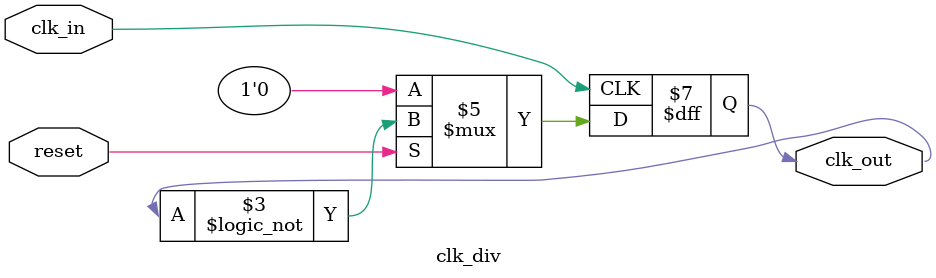
<source format=v>

module clk_div (clk_in, reset, clk_out);
  input               clk_in                   ;
  input               reset                    ;
  output              clk_out                  ;
  wire                 clk_in                  ;
  reg                   clk_out                 ;
  always @ (posedge clk_in) 
  if (!reset) begin 
   clk_out <= 1'b0;
  end else begin
    clk_out <=  !clk_out ; 
  end
 
 endmodule  
</source>
